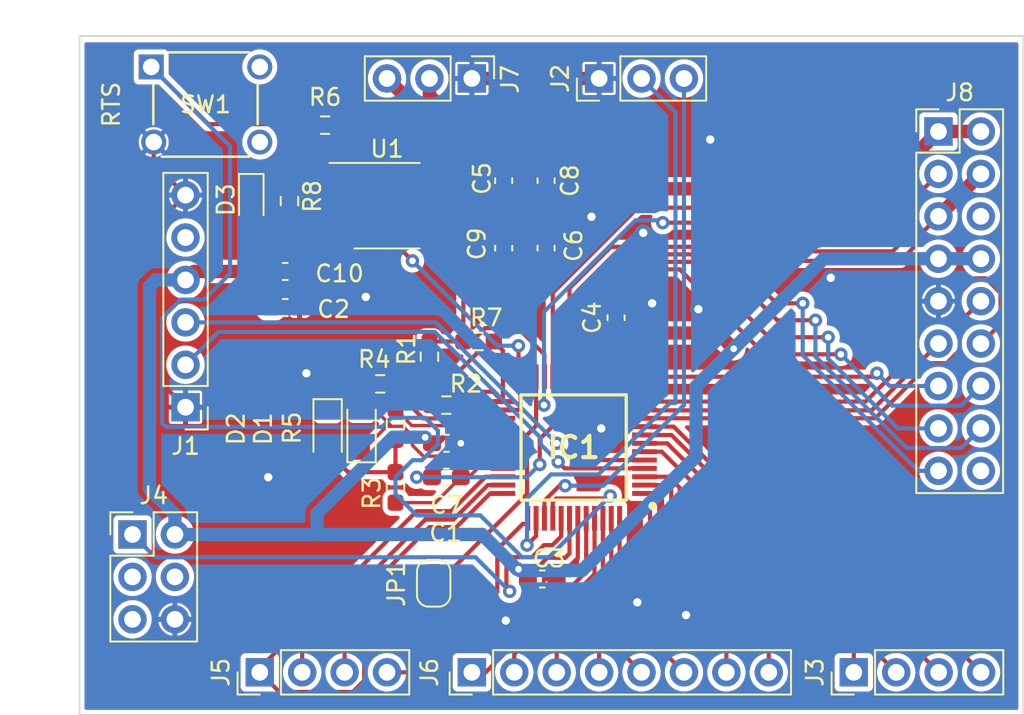
<source format=kicad_pcb>
(kicad_pcb (version 20211014) (generator pcbnew)
  (layers (0 "F.Cu" signal) (31 "B.Cu" signal) (34 "B.Paste" user) (35 "F.Paste" user) (36 "B.SilkS" user "B.Silkscreen") (37 "F.SilkS" user "F.Silkscreen") (38 "B.Mask" user) (39 "F.Mask" user) (44 "Edge.Cuts" user))
  (net 0 "")
  (net 1 "/OP2-")
  (net 2 "/OP2_OUT")
  (net 3 "VCC")
  (net 4 "GND")
  (net 5 "VSS")
  (net 6 "Net-(D3-Pad2)")
  (net 7 "/PA5")
  (net 8 "/PA6")
  (net 9 "Net-(IC1-Pad4)")
  (net 10 "Net-(IC1-Pad5)")
  (net 11 "/PA7")
  (net 12 "/PB2")
  (net 13 "/PB3")
  (net 14 "/PB4")
  (net 15 "/S0")
  (net 16 "/S1")
  (net 17 "/S2")
  (net 18 "/CS0")
  (net 19 "/PB5")
  (net 20 "/PF0")
  (net 21 "/CS1")
  (net 22 "/CS2")
  (net 23 "/CS3")
  (net 24 "/CS4")
  (net 25 "/ANALOG_B")
  (net 26 "/OP0_OUT")
  (net 27 "/ANALOG_A")
  (net 28 "/OP1+")
  (net 29 "/OP1_OUT")
  (net 30 "/DAC_OUT")
  (net 31 "/OP1-")
  (net 32 "/PF1")
  (net 33 "/PF2")
  (net 34 "/OP2+")
  (net 35 "/PF3")
  (net 36 "/RTS")
  (net 37 "/UPDI")
  (net 38 "/PA0")
  (net 39 "Net-(IC1-Pad38)")
  (net 40 "Net-(IC1-Pad39)")
  (net 41 "/PA1")
  (net 42 "/PA2")
  (net 43 "/PA3")
  (net 44 "/PA4")
  (net 51 "Net-(D2-Pad2)")
  (footprint "Capacitor_SMD:C_0603_1608Metric_Pad1.08x0.95mm_HandSolder" (layer "F.Cu") (at 116.205 64.5425 -90)
    (fp_text reference "C8")
    (fp_text value "10u")
  )
  (footprint "Resistor_SMD:R_0603_1608Metric_Pad0.98x0.95mm_HandSolder" (layer "F.Cu") (at 106.2755 76.708 180)
    (fp_text reference "R4")
    (fp_text value "1k2")
  )
  (footprint "Capacitor_SMD:C_0603_1608Metric_Pad1.08x0.95mm_HandSolder" (layer "F.Cu") (at 110.236 80.264)
    (fp_text reference "C7")
    (fp_text value "100n")
  )
  (footprint "Capacitor_SMD:C_0603_1608Metric_Pad1.08x0.95mm_HandSolder" (layer "F.Cu") (at 113.665 64.5425 -90)
    (fp_text reference "C5")
    (fp_text value "100n")
  )
  (footprint "Connector_PinHeader_2.54mm:PinHeader_1x04_P2.54mm_Vertical" (layer "F.Cu") (at 99.06 93.98 90)
    (fp_text reference "J5")
    (fp_text value "PORTF")
  )
  (footprint "Connector_PinHeader_2.54mm:PinHeader_1x03_P2.54mm_Vertical" (layer "F.Cu") (at 119.38 58.42 90)
    (fp_text reference "J2")
    (fp_text value "TP1")
  )
  (footprint "Resistor_SMD:R_0603_1608Metric_Pad0.98x0.95mm_HandSolder" (layer "F.Cu") (at 112.1645 74.168)
    (fp_text reference "R7")
    (fp_text value "10k")
  )
  (footprint "Connector_PinHeader_2.54mm:PinHeader_1x06_P2.54mm_Vertical" (layer "F.Cu") (at 94.615 78.105 180)
    (fp_text reference "J1")
    (fp_text value "UART")
  )
  (footprint "Capacitor_SMD:C_0603_1608Metric_Pad1.08x0.95mm_HandSolder" (layer "F.Cu") (at 100.584 69.977)
    (fp_text reference "C10")
    (fp_text value "10u")
  )
  (footprint "Capacitor_SMD:C_0603_1608Metric_Pad1.08x0.95mm_HandSolder" (layer "F.Cu") (at 100.584 72.136)
    (fp_text reference "C2")
    (fp_text value "100n")
  )
  (footprint "Diode_SMD:D_SOD-323_HandSoldering" (layer "F.Cu") (at 105.156 79.502 90)
    (fp_text reference "D1")
    (fp_text value "D")
  )
  (footprint "Capacitor_SMD:C_0603_1608Metric_Pad1.08x0.95mm_HandSolder" (layer "F.Cu") (at 120.396 72.7445 90)
    (fp_text reference "C4")
    (fp_text value "100n")
  )
  (footprint "Resistor_SMD:R_0603_1608Metric_Pad0.98x0.95mm_HandSolder" (layer "F.Cu") (at 110.236 77.978)
    (fp_text reference "R2")
    (fp_text value "150")
  )
  (footprint "Connector_PinHeader_2.54mm:PinHeader_1x03_P2.54mm_Vertical" (layer "F.Cu") (at 111.76 58.42 -90)
    (fp_text reference "J7")
    (fp_text value "POWER")
  )
  (footprint "Resistor_SMD:R_0603_1608Metric_Pad0.98x0.95mm_HandSolder" (layer "F.Cu") (at 102.9735 61.214 180)
    (fp_text reference "R6")
    (fp_text value "10k")
  )
  (footprint "Resistor_SMD:R_0603_1608Metric_Pad0.98x0.95mm_HandSolder" (layer "F.Cu") (at 107.188 82.9075 90)
    (fp_text reference "R3")
    (fp_text value "100")
  )
  (footprint "AVR128DB48-I_PT:QFP50P900X900X120-48N" (layer "F.Cu") (at 117.856 80.518 180)
    (fp_text reference "IC1")
    (fp_text value "AVR128DB48" hide)
  )
  (footprint "Connector_PinHeader_2.54mm:PinHeader_1x08_P2.54mm_Vertical" (layer "F.Cu") (at 111.76 93.98 90)
    (fp_text reference "J6")
    (fp_text value "PORTA")
  )
  (footprint "Package_SO:SOIC-8_3.9x4.9mm_P1.27mm" (layer "F.Cu") (at 106.68 66.04)
    (fp_text reference "U1")
    (fp_text value "POWER_GEN")
  )
  (footprint "Capacitor_SMD:C_0603_1608Metric_Pad1.08x0.95mm_HandSolder" (layer "F.Cu") (at 113.665 68.58 -90)
    (fp_text reference "C9")
    (fp_text value "100n")
  )
  (footprint "Connector_PinHeader_2.54mm:PinHeader_2x03_P2.54mm_Vertical" (layer "F.Cu") (at 91.44 85.725)
    (fp_text reference "J4")
    (fp_text value "UPDI")
  )
  (footprint "Capacitor_SMD:C_0603_1608Metric_Pad1.08x0.95mm_HandSolder" (layer "F.Cu") (at 116.205 68.58 -90)
    (fp_text reference "C6")
    (fp_text value "100n")
  )
  (footprint "Jumper:SolderJumper-2_P1.3mm_Open_RoundedPad1.0x1.5mm" (layer "F.Cu") (at 109.474 88.646 90)
    (fp_text reference "JP1")
    (fp_text value "PF0_ANA")
  )
  (footprint "button:button" (layer "F.Cu") (at 99.06 62.23)
    (fp_text reference "SW1")
    (fp_text value "RTS")
  )
  (footprint "Resistor_SMD:R_0603_1608Metric_Pad0.98x0.95mm_HandSolder" (layer "F.Cu") (at 100.838 65.7625 90)
    (fp_text reference "R8")
    (fp_text value "1k")
  )
  (footprint "LED_SMD:LED_0603_1608Metric_Pad1.05x0.95mm_HandSolder" (layer "F.Cu") (at 98.552 65.8 -90)
    (fp_text reference "D3")
    (fp_text value "LED")
  )
  (footprint "Connector_PinHeader_2.54mm:PinHeader_1x04_P2.54mm_Vertical" (layer "F.Cu") (at 134.63 93.98 90)
    (fp_text reference "J3")
    (fp_text value "PORTB")
  )
  (footprint "Resistor_SMD:R_0603_1608Metric_Pad0.98x0.95mm_HandSolder" (layer "F.Cu") (at 109.22 75.0805 -90)
    (fp_text reference "R1")
    (fp_text value "10k")
  )
  (footprint "Capacitor_SMD:C_0603_1608Metric_Pad1.08x0.95mm_HandSolder" (layer "F.Cu") (at 110.236 82.296 180)
    (fp_text reference "C1")
    (fp_text value "1u")
  )
  (footprint "Connector_PinHeader_2.54mm:PinHeader_2x09_P2.54mm_Vertical" (layer "F.Cu") (at 139.7 61.595)
    (fp_text reference "J8")
    (fp_text value "WAC")
  )
  (footprint "Resistor_SMD:R_0603_1608Metric_Pad0.98x0.95mm_HandSolder" (layer "F.Cu") (at 107.188 79.1445 -90)
    (fp_text reference "R5")
    (fp_text value "1k2")
  )
  (footprint "Capacitor_SMD:C_0603_1608Metric_Pad1.08x0.95mm_HandSolder" (layer "F.Cu") (at 115.9775 88.392)
    (fp_text reference "C3")
    (fp_text value "100n")
  )
  (footprint "Diode_SMD:D_SOD-323_HandSoldering" (layer "F.Cu") (at 103.124 79.522 -90)
    (fp_text reference "D2")
    (fp_text value "D")
  )
  (gr_line (start 89.535 55.88) (end 88.265 55.88) (layer "Edge.Cuts") (width 0.1))
  (gr_line (start 144.78 55.88) (end 89.535 55.88) (layer "Edge.Cuts") (width 0.1))
  (gr_line (start 88.265 55.88) (end 88.265 96.52) (layer "Edge.Cuts") (width 0.1))
  (gr_line (start 144.78 96.52) (end 144.78 95.885) (layer "Edge.Cuts") (width 0.1))
  (gr_line (start 144.78 95.885) (end 144.78 56.515) (layer "Edge.Cuts") (width 0.1))
  (gr_line (start 144.78 56.515) (end 144.78 55.88) (layer "Edge.Cuts") (width 0.1))
  (gr_line (start 88.265 96.52) (end 144.78 96.52) (layer "Edge.Cuts") (width 0.1))
  (segment (start 112.102362 81.768) (end 111.574362 82.296) (width 0.2) (layer "F.Cu") (net 1))
  (segment (start 113.618 81.768) (end 112.102362 81.768) (width 0.2) (layer "F.Cu") (net 1))
  (segment (start 107.188 83.82) (end 109.5745 83.82) (width 0.2) (layer "F.Cu") (net 1))
  (segment (start 109.5745 83.82) (end 111.0985 82.296) (width 0.2) (layer "F.Cu") (net 1))
  (segment (start 111.574362 82.296) (end 111.0985 82.296) (width 0.2) (layer "F.Cu") (net 1))
  (segment (start 112.002 81.268) (end 113.618 81.268) (width 0.25) (layer "F.Cu") (net 2))
  (segment (start 111.77352 81.49648) (end 112.002 81.268) (width 0.25) (layer "F.Cu") (net 2))
  (segment (start 109.3735 82.296) (end 108.458 82.296) (width 0.25) (layer "F.Cu") (net 2))
  (segment (start 117.106 76.28) (end 117.106 78.728) (width 0.25) (layer "F.Cu") (net 2))
  (segment (start 110.17302 81.49648) (end 111.77352 81.49648) (width 0.25) (layer "F.Cu") (net 2))
  (segment (start 117.106 78.728) (end 115.824 80.01) (width 0.25) (layer "F.Cu") (net 2))
  (segment (start 115.824 80.01) (end 115.824 81.534) (width 0.25) (layer "F.Cu") (net 2))
  (segment (start 109.3735 82.296) (end 110.17302 81.49648) (width 0.25) (layer "F.Cu") (net 2))
  (via (at 108.458 82.296) (size 0.8) (drill 0.4) (layers "F.Cu" "B.Cu") (net 2))
  (via (at 115.824 81.534) (size 0.8) (drill 0.4) (layers "F.Cu" "B.Cu") (net 2))
  (segment (start 115.062 82.296) (end 115.824 81.534) (width 0.25) (layer "B.Cu") (net 2))
  (segment (start 108.458 82.296) (end 115.062 82.296) (width 0.25) (layer "B.Cu") (net 2))
  (segment (start 109.155 64.135) (end 107.758 62.738) (width 0.8) (layer "F.Cu") (net 3))
  (segment (start 127.436238 74.604238) (end 126.492 73.66) (width 0.8) (layer "F.Cu") (net 3))
  (segment (start 107.758 62.738) (end 104.394 62.738) (width 0.8) (layer "F.Cu") (net 3))
  (segment (start 120.106 76.28) (end 120.106 73.897) (width 0.25) (layer "F.Cu") (net 3))
  (segment (start 120.106 73.897) (end 120.396 73.607) (width 0.25) (layer "F.Cu") (net 3))
  (segment (start 103.886 61.214) (end 104.394 61.722) (width 0.25) (layer "F.Cu") (net 3))
  (segment (start 115.115 88.370011) (end 114.554 87.809011) (width 0.25) (layer "F.Cu") (net 3))
  (segment (start 104.394 62.738) (end 103.567019 62.738) (width 0.8) (layer "F.Cu") (net 3))
  (segment (start 110.128645 79.901539) (end 109.97088 79.901539) (width 0.25) (layer "F.Cu") (net 3))
  (segment (start 117.348 87.122) (end 117.606 86.864) (width 0.25) (layer "F.Cu") (net 3))
  (segment (start 104.394 61.722) (end 104.394 62.738) (width 0.25) (layer "F.Cu") (net 3))
  (segment (start 109.61 63.68) (end 109.155 64.135) (width 0.8) (layer "F.Cu") (net 3))
  (segment (start 109.155 64.135) (end 109.155 60.895) (width 0.8) (layer "F.Cu") (net 3))
  (segment (start 100.838 66.675) (end 100.838 68.8605) (width 0.8) (layer "F.Cu") (net 3))
  (segment (start 102.108 64.197019) (end 102.108 66.294) (width 0.8) (layer "F.Cu") (net 3))
  (segment (start 120.449 73.66) (end 120.396 73.607) (width 0.8) (layer "F.Cu") (net 3))
  (segment (start 126.492 73.66) (end 120.449 73.66) (width 0.8) (layer "F.Cu") (net 3))
  (segment (start 113.665 63.68) (end 109.61 63.68) (width 0.8) (layer "F.Cu") (net 3))
  (segment (start 99.7215 69.977) (end 95.123 69.977) (width 0.8) (layer "F.Cu") (net 3))
  (segment (start 110.978 79.268) (end 113.618 79.268) (width 0.25) (layer "F.Cu") (net 3))
  (segment (start 95.123 69.977) (end 94.615 70.485) (width 0.8) (layer "F.Cu") (net 3))
  (segment (start 116.205 63.68) (end 113.665 63.68) (width 0.8) (layer "F.Cu") (net 3))
  (segment (start 110.762184 79.268) (end 110.978 79.268) (width 0.25) (layer "F.Cu") (net 3))
  (segment (start 116.276522 87.122) (end 117.348 87.122) (width 0.25) (layer "F.Cu") (net 3))
  (segment (start 101.727 66.675) (end 100.838 66.675) (width 0.8) (layer "F.Cu") (net 3))
  (segment (start 115.115 88.392) (end 115.115 88.370011) (width 0.25) (layer "F.Cu") (net 3))
  (segment (start 109.3735 80.264) (end 109.766184 80.264) (width 0.25) (layer "F.Cu") (net 3))
  (segment (start 109.766184 80.264) (end 110.762184 79.268) (width 0.25) (layer "F.Cu") (net 3))
  (segment (start 117.606 86.864) (end 117.606 84.756) (width 0.25) (layer "F.Cu") (net 3))
  (segment (start 103.567019 62.738) (end 102.108 64.197019) (width 0.8) (layer "F.Cu") (net 3))
  (segment (start 110.762184 79.268) (end 110.128645 79.901539) (width 0.25) (layer "F.Cu") (net 3))
  (segment (start 102.108 66.294) (end 101.727 66.675) (width 0.8) (layer "F.Cu") (net 3))
  (segment (start 109.155 60.895) (end 106.68 58.42) (width 0.8) (layer "F.Cu") (net 3))
  (segment (start 100.838 68.8605) (end 99.7215 69.977) (width 0.8) (layer "F.Cu") (net 3))
  (segment (start 115.115 88.283522) (end 116.276522 87.122) (width 0.25) (layer "F.Cu") (net 3))
  (segment (start 115.115 88.392) (end 115.115 88.283522) (width 0.25) (layer "F.Cu") (net 3))
  (segment (start 99.7215 72.136) (end 99.7215 69.977) (width 0.8) (layer "F.Cu") (net 3))
  (via (at 108.966 79.9084) (size 0.8) (drill 0.4) (layers "F.Cu" "B.Cu") (net 3))
  (via (at 127.436238 74.604238) (size 0.8) (drill 0.4) (layers "F.Cu" "B.Cu") (net 3))
  (via (at 114.554 87.809011) (size 0.8) (drill 0.4) (layers "F.Cu" "B.Cu") (net 3))
  (segment (start 102.489 84.455) (end 102.489 85.725) (width 0.8) (layer "B.Cu") (net 3))
  (segment (start 108.959139 79.901539) (end 108.966 79.9084) (width 0.8) (layer "B.Cu") (net 3))
  (segment (start 118.364 87.884) (end 114.628989 87.884) (width 0.8) (layer "B.Cu") (net 3))
  (segment (start 93.98 85.725) (end 102.489 85.725) (width 0.8) (layer "B.Cu") (net 3))
  (segment (start 93.98 84.522919) (end 93.98 85.725) (width 0.8) (layer "B.Cu") (net 3))
  (segment (start 92.456 70.866) (end 92.456 82.998919) (width 0.8) (layer "B.Cu") (net 3))
  (segment (start 92.456 82.998919) (end 93.98 84.522919) (width 0.8) (layer "B.Cu") (net 3))
  (segment (start 125.18452 81.06348) (end 118.364 87.884) (width 0.8) (layer "B.Cu") (net 3))
  (segment (start 112.37776 85.725) (end 114.461791 87.809031) (width 0.8) (layer "B.Cu") (net 3))
  (segment (start 132.825477 69.215) (end 125.18452 76.855957) (width 0.8) (layer "B.Cu") (net 3))
  (segment (start 107.042461 79.901539) (end 102.489 84.455) (width 0.8) (layer "B.Cu") (net 3))
  (segment (start 107.042461 79.901539) (end 108.959139 79.901539) (width 0.8) (layer "B.Cu") (net 3))
  (segment (start 125.18452 76.855957) (end 125.18452 81.06348) (width 0.8) (layer "B.Cu") (net 3))
  (segment (start 139.7 69.215) (end 132.825477 69.215) (width 0.8) (layer "B.Cu") (net 3))
  (segment (start 102.489 85.725) (end 112.37776 85.725) (width 0.8) (layer "B.Cu") (net 3))
  (segment (start 92.837 70.485) (end 92.456 70.866) (width 0.8) (layer "B.Cu") (net 3))
  (segment (start 114.628989 87.884) (end 114.554 87.809011) (width 0.8) (layer "B.Cu") (net 3))
  (segment (start 142.24 69.215) (end 139.7 69.215) (width 0.8) (layer "B.Cu") (net 3))
  (segment (start 94.615 70.485) (end 92.837 70.485) (width 0.8) (layer "B.Cu") (net 3))
  (segment (start 137.4648 66.4972) (end 135.89 68.072) (width 0.8) (layer "F.Cu") (net 4))
  (segment (start 109.155 66.675) (end 113.157 66.675) (width 0.8) (layer "F.Cu") (net 4))
  (segment (start 142.24 61.595) (end 139.7 61.595) (width 0.8) (layer "F.Cu") (net 4))
  (segment (start 126.8476 65.024) (end 122.5296 65.024) (width 0.8) (layer "F.Cu") (net 4))
  (segment (start 111.252 70.1305) (end 113.665 67.7175) (width 0.25) (layer "F.Cu") (net 4))
  (segment (start 135.89 68.072) (end 129.8956 68.072) (width 0.8) (layer "F.Cu") (net 4))
  (segment (start 111.252 74.168) (end 109.22 74.168) (width 0.25) (layer "F.Cu") (net 4))
  (segment (start 109.22 59.436) (end 109.22 58.42) (width 0.8) (layer "F.Cu") (net 4))
  (segment (start 129.8956 68.072) (end 126.8476 65.024) (width 0.8) (layer "F.Cu") (net 4))
  (segment (start 110.49 60.706) (end 109.22 59.436) (width 0.8) (layer "F.Cu") (net 4))
  (segment (start 104.205 65.405) (end 104.205 64.135) (width 0.8) (layer "F.Cu") (net 4))
  (segment (start 111.252 74.168) (end 111.252 70.1305) (width 0.25) (layer "F.Cu") (net 4))
  (segment (start 113.665 67.183) (end 113.665 67.7175) (width 0.8) (layer "F.Cu") (net 4))
  (segment (start 139.7 61.595) (end 137.4648 63.8302) (width 0.8) (layer "F.Cu") (net 4))
  (segment (start 113.157 66.675) (end 113.665 67.183) (width 0.8) (layer "F.Cu") (net 4))
  (segment (start 116.205 65.405) (end 113.665 65.405) (width 0.8) (layer "F.Cu") (net 4))
  (segment (start 137.4648 63.8302) (end 137.4648 66.4972) (width 0.8) (layer "F.Cu") (net 4))
  (segment (start 113.665 67.7175) (end 116.205 67.7175) (width 0.8) (layer "F.Cu") (net 4))
  (segment (start 122.5296 65.024) (end 122.399089 65.154511) (width 0.8) (layer "F.Cu") (net 4))
  (segment (start 115.57 60.706) (end 110.49 60.706) (width 0.8) (layer "F.Cu") (net 4))
  (segment (start 122.399089 65.154511) (end 118.103551 65.154511) (width 0.8) (layer "F.Cu") (net 4))
  (segment (start 117.27952 64.33048) (end 117.27952 62.41552) (width 0.8) (layer "F.Cu") (net 4))
  (segment (start 118.103551 65.154511) (end 117.27952 64.33048) (width 0.8) (layer "F.Cu") (net 4))
  (segment (start 117.27952 62.41552) (end 115.57 60.706) (width 0.8) (layer "F.Cu") (net 4))
  (segment (start 113.665 65.405) (end 113.665 67.183) (width 0.8) (layer "F.Cu") (net 4))
  (segment (start 109.155 65.405) (end 113.665 65.405) (width 0.8) (layer "F.Cu") (net 4))
  (segment (start 116.205 65.405) (end 117.27952 64.33048) (width 0.8) (layer "F.Cu") (net 4))
  (segment (start 116.205 67.7175) (end 116.205 65.405) (width 0.8) (layer "F.Cu") (net 4))
  (segment (start 104.205 65.405) (end 109.155 65.405) (width 0.8) (layer "F.Cu") (net 4))
  (segment (start 109.155 65.405) (end 109.155 66.675) (width 0.8) (layer "F.Cu") (net 4))
  (segment (start 116.84 88.392) (end 118.106 87.126) (width 0.25) (layer "F.Cu") (net 5))
  (segment (start 101.4465 72.136) (end 101.4465 73.3055) (width 0.25) (layer "F.Cu") (net 5))
  (segment (start 92.709999 63.499999) (end 94.615 65.405) (width 0.25) (layer "F.Cu") (net 5))
  (segment (start 92.964 67.056) (end 94.615 65.405) (width 0.25) (layer "F.Cu") (net 5))
  (segment (start 116.205 69.4425) (end 113.665 69.4425) (width 0.8) (layer "F.Cu") (net 5))
  (segment (start 119.59648 72.68152) (end 120.396 71.882) (width 0.25) (layer "F.Cu") (net 5))
  (segment (start 101.4465 69.977) (end 102.173 69.977) (width 0.25) (layer "F.Cu") (net 5))
  (segment (start 92.709999 62.23) (end 92.709999 63.499999) (width 0.25) (layer "F.Cu") (net 5))
  (segment (start 116.84 88.392) (end 115.824 89.408) (width 0.25) (layer "F.Cu") (net 5))
  (segment (start 102.173 69.977) (end 104.205 67.945) (width 0.25) (layer "F.Cu") (net 5))
  (segment (start 119.59648 76.27048) (end 119.59648 72.68152) (width 0.25) (layer "F.Cu") (net 5))
  (segment (start 101.4465 73.3055) (end 96.647 78.105) (width 0.25) (layer "F.Cu") (net 5))
  (segment (start 111.0985 80.264) (end 111.5945 79.768) (width 0.25) (layer "F.Cu") (net 5))
  (segment (start 94.615 65.405) (end 98.072 65.405) (width 0.25) (layer "F.Cu") (net 5))
  (segment (start 118.106 87.126) (end 118.106 84.756) (width 0.25) (layer "F.Cu") (net 5))
  (segment (start 94.615 78.105) (end 92.964 76.454) (width 0.25) (layer "F.Cu") (net 5))
  (segment (start 92.964 76.454) (end 92.964 67.056) (width 0.25) (layer "F.Cu") (net 5))
  (segment (start 98.072 65.405) (end 98.552 64.925) (width 0.25) (layer "F.Cu") (net 5))
  (segment (start 101.4465 72.136) (end 101.4465 69.977) (width 0.25) (layer "F.Cu") (net 5))
  (segment (start 111.5945 79.768) (end 113.618 79.768) (width 0.25) (layer "F.Cu") (net 5))
  (segment (start 119.606 76.28) (end 119.59648 76.27048) (width 0.25) (layer "F.Cu") (net 5))
  (segment (start 119.38 58.42) (end 111.76 58.42) (width 0.8) (layer "F.Cu") (net 5))
  (segment (start 96.647 78.105) (end 94.615 78.105) (width 0.25) (layer "F.Cu") (net 5))
  (via (at 121.666 89.789) (size 1) (drill 0.5) (layers "F.Cu" "B.Cu") (net 5))
  (via (at 118.9228 66.7004) (size 1) (drill 0.5) (layers "F.Cu" "B.Cu") (net 5))
  (via (at 119.507 79.375) (size 1) (drill 0.5) (layers "F.Cu" "B.Cu") (net 5))
  (via (at 122.0216 67.6656) (size 1) (drill 0.5) (layers "F.Cu" "B.Cu") (net 5))
  (via (at 99.568 82.296) (size 1) (drill 0.5) (layers "F.Cu" "B.Cu") (net 5))
  (via (at 133.2484 70.358) (size 1) (drill 0.5) (layers "F.Cu" "B.Cu") (net 5))
  (via (at 101.854 76.073) (size 1) (drill 0.5) (layers "F.Cu" "B.Cu") (net 5))
  (via (at 111.0985 80.264) (size 0.8) (drill 0.4) (layers "F.Cu" "B.Cu") (net 5))
  (via (at 105.41 71.501) (size 1) (drill 0.5) (layers "F.Cu" "B.Cu") (net 5))
  (via (at 113.792 90.8812) (size 1) (drill 0.5) (layers "F.Cu" "B.Cu") (net 5))
  (via (at 125.3236 72.2376) (size 1) (drill 0.5) (layers "F.Cu" "B.Cu") (net 5))
  (via (at 126.0348 62.0776) (size 1) (drill 0.5) (layers "F.Cu" "B.Cu") (net 5))
  (via (at 122.555 71.882) (size 1) (drill 0.5) (layers "F.Cu" "B.Cu") (net 5))
  (via (at 124.587 90.551) (size 1) (drill 0.5) (layers "F.Cu" "B.Cu") (net 5))
  (segment (start 100.838 64.85) (end 100.377 64.85) (width 0.25) (layer "F.Cu") (net 6))
  (segment (start 100.377 64.85) (end 98.552 66.675) (width 0.25) (layer "F.Cu") (net 6))
  (segment (start 122.384 83.268) (end 122.094 83.268) (width 0.25) (layer "F.Cu") (net 7))
  (segment (start 122.428 91.948) (end 122.428 83.312) (width 0.25) (layer "F.Cu") (net 7))
  (segment (start 122.428 83.312) (end 122.384 83.268) (width 0.25) (layer "F.Cu") (net 7))
  (segment (start 124.46 93.98) (end 122.428 91.948) (width 0.25) (layer "F.Cu") (net 7))
  (segment (start 127 90.678) (end 123.698 87.376) (width 0.25) (layer "F.Cu") (net 8))
  (segment (start 123.408 82.768) (end 122.094 82.768) (width 0.25) (layer "F.Cu") (net 8))
  (segment (start 123.698 83.058) (end 123.408 82.768) (width 0.25) (layer "F.Cu") (net 8))
  (segment (start 127 93.98) (end 127 90.678) (width 0.25) (layer "F.Cu") (net 8))
  (segment (start 123.698 87.376) (end 123.698 83.058) (width 0.25) (layer "F.Cu") (net 8))
  (segment (start 122.094 81.768) (end 117.319402 81.768) (width 0.25) (layer "F.Cu") (net 9))
  (segment (start 117.319402 81.768) (end 116.926838 81.375436) (width 0.25) (layer "F.Cu") (net 9))
  (via (at 116.926838 81.375436) (size 0.8) (drill 0.4) (layers "F.Cu" "B.Cu") (net 9))
  (segment (start 115.887141 80.335739) (end 115.887141 79.946859) (width 0.25) (layer "B.Cu") (net 9))
  (segment (start 96.583141 73.596859) (end 94.615 75.565) (width 0.25) (layer "B.Cu") (net 9))
  (segment (start 115.887141 79.946859) (end 109.537141 73.596859) (width 0.25) (layer "B.Cu") (net 9))
  (segment (start 116.926838 81.375436) (end 115.887141 80.335739) (width 0.25) (layer "B.Cu") (net 9))
  (segment (start 109.537141 73.596859) (end 96.583141 73.596859) (width 0.25) (layer "B.Cu") (net 9))
  (segment (start 122.094 81.268) (end 117.844 81.268) (width 0.25) (layer "F.Cu") (net 10))
  (segment (start 117.844 81.268) (end 116.84 80.264) (width 0.25) (layer "F.Cu") (net 10))
  (via (at 116.84 80.264) (size 0.8) (drill 0.4) (layers "F.Cu" "B.Cu") (net 10))
  (segment (start 116.84 80.264) (end 109.601 73.025) (width 0.25) (layer "B.Cu") (net 10))
  (segment (start 109.601 73.025) (end 94.615 73.025) (width 0.25) (layer "B.Cu") (net 10))
  (segment (start 129.54 93.98) (end 129.54 92.456) (width 0.25) (layer "F.Cu") (net 11))
  (segment (start 124.206 82.930282) (end 123.543718 82.268) (width 0.25) (layer "F.Cu") (net 11))
  (segment (start 123.543718 82.268) (end 122.094 82.268) (width 0.25) (layer "F.Cu") (net 11))
  (segment (start 129.54 92.456) (end 124.206 87.122) (width 0.25) (layer "F.Cu") (net 11))
  (segment (start 124.206 87.122) (end 124.206 82.930282) (width 0.25) (layer "F.Cu") (net 11))
  (segment (start 123.130522 80.768) (end 122.094 80.768) (width 0.25) (layer "F.Cu") (net 12))
  (segment (start 134.63 93.98) (end 134.63 92.267478) (width 0.25) (layer "F.Cu") (net 12))
  (segment (start 134.63 92.267478) (end 123.130522 80.768) (width 0.25) (layer "F.Cu") (net 12))
  (segment (start 122.094 80.268) (end 123.458 80.268) (width 0.25) (layer "F.Cu") (net 13))
  (segment (start 123.458 80.268) (end 137.17 93.98) (width 0.25) (layer "F.Cu") (net 13))
  (segment (start 138.186 92.456) (end 136.398 92.456) (width 0.25) (layer "F.Cu") (net 14))
  (segment (start 139.71 93.98) (end 138.186 92.456) (width 0.25) (layer "F.Cu") (net 14))
  (segment (start 136.398 92.456) (end 123.71 79.768) (width 0.25) (layer "F.Cu") (net 14))
  (segment (start 123.71 79.768) (end 122.094 79.768) (width 0.25) (layer "F.Cu") (net 14))
  (segment (start 139.213501 75.469511) (end 140.186499 75.469511) (width 0.25) (layer "F.Cu") (net 15))
  (segment (start 140.186499 75.469511) (end 140.97 74.68601) (width 0.25) (layer "F.Cu") (net 15))
  (segment (start 122.094 78.768) (end 135.915012 78.768) (width 0.25) (layer "F.Cu") (net 15))
  (segment (start 135.915012 78.768) (end 139.213501 75.469511) (width 0.25) (layer "F.Cu") (net 15))
  (segment (start 140.97 74.68601) (end 140.97 73.025) (width 0.25) (layer "F.Cu") (net 15))
  (segment (start 140.97 73.025) (end 142.24 71.755) (width 0.25) (layer "F.Cu") (net 15))
  (segment (start 122.119489 78.293489) (end 122.094 78.268) (width 0.25) (layer "F.Cu") (net 16))
  (segment (start 139.7 74.295) (end 135.701511 78.293489) (width 0.25) (layer "F.Cu") (net 16))
  (segment (start 135.701511 78.293489) (end 122.119489 78.293489) (width 0.25) (layer "F.Cu") (net 16))
  (segment (start 142.535521 70.389511) (end 141.859 70.389511) (width 0.25) (layer "F.Cu") (net 17))
  (segment (start 143.414511 71.268501) (end 142.535521 70.389511) (width 0.25) (layer "F.Cu") (net 17))
  (segment (start 140.229501 72.929511) (end 139.160489 72.929511) (width 0.25) (layer "F.Cu") (net 17))
  (segment (start 141.859 70.389511) (end 140.874511 71.374) (width 0.25) (layer "F.Cu") (net 17))
  (segment (start 140.874511 72.284501) (end 140.229501 72.929511) (width 0.25) (layer "F.Cu") (net 17))
  (segment (start 142.24 74.295) (end 143.414511 73.120489) (width 0.25) (layer "F.Cu") (net 17))
  (segment (start 143.414511 73.120489) (end 143.414511 71.268501) (width 0.25) (layer "F.Cu") (net 17))
  (segment (start 138.176 74.93) (end 135.338 77.768) (width 0.25) (layer "F.Cu") (net 17))
  (segment (start 140.874511 71.374) (end 140.874511 72.284501) (width 0.25) (layer "F.Cu") (net 17))
  (segment (start 139.160489 72.929511) (end 138.176 73.914) (width 0.25) (layer "F.Cu") (net 17))
  (segment (start 135.338 77.768) (end 122.094 77.768) (width 0.25) (layer "F.Cu") (net 17))
  (segment (start 138.176 73.914) (end 138.176 74.93) (width 0.25) (layer "F.Cu") (net 17))
  (segment (start 135.801402 76.28) (end 120.606 76.28) (width 0.25) (layer "F.Cu") (net 18))
  (segment (start 136.012701 76.068701) (end 135.801402 76.28) (width 0.25) (layer "F.Cu") (net 18))
  (via (at 136.012701 76.068701) (size 0.8) (drill 0.4) (layers "F.Cu" "B.Cu") (net 18))
  (segment (start 136.779 76.835) (end 136.012701 76.068701) (width 0.25) (layer "B.Cu") (net 18))
  (segment (start 139.7 76.835) (end 136.779 76.835) (width 0.25) (layer "B.Cu") (net 18))
  (segment (start 140.218 91.948) (end 142.25 93.98) (width 0.25) (layer "F.Cu") (net 19))
  (segment (start 124.15952 79.581803) (end 136.525717 91.948) (width 0.25) (layer "F.Cu") (net 19))
  (segment (start 122.094 79.268) (end 123.845718 79.268) (width 0.25) (layer "F.Cu") (net 19))
  (segment (start 136.525717 91.948) (end 140.218 91.948) (width 0.25) (layer "F.Cu") (net 19))
  (segment (start 123.845718 79.268) (end 124.15952 79.581803) (width 0.25) (layer "F.Cu") (net 19))
  (segment (start 109.474 89.296) (end 105.314511 93.455489) (width 0.25) (layer "F.Cu") (net 20))
  (segment (start 112.581478 82.268) (end 110.521478 84.328) (width 0.25) (layer "F.Cu") (net 20))
  (segment (start 110.521478 84.328) (end 108.458 84.328) (width 0.25) (layer "F.Cu") (net 20))
  (segment (start 113.618 82.268) (end 112.581478 82.268) (width 0.25) (layer "F.Cu") (net 20))
  (segment (start 105.314511 93.455489) (end 105.314511 94.466499) (width 0.25) (layer "F.Cu") (net 20))
  (segment (start 99.06 93.726) (end 99.06 93.98) (width 0.25) (layer "F.Cu") (net 20))
  (segment (start 100.234511 95.154511) (end 99.06 93.98) (width 0.25) (layer "F.Cu") (net 20))
  (segment (start 105.314511 94.466499) (end 104.626499 95.154511) (width 0.25) (layer "F.Cu") (net 20))
  (segment (start 108.458 84.328) (end 99.06 93.726) (width 0.25) (layer "F.Cu") (net 20))
  (segment (start 104.626499 95.154511) (end 100.234511 95.154511) (width 0.25) (layer "F.Cu") (net 20))
  (segment (start 124.206 69.85) (end 129.294614 74.938614) (width 0.25) (layer "F.Cu") (net 21))
  (segment (start 129.294614 74.938614) (end 133.858 74.938614) (width 0.25) (layer "F.Cu") (net 21))
  (segment (start 120.65 69.85) (end 124.206 69.85) (width 0.25) (layer "F.Cu") (net 21))
  (segment (start 119.106 76.28) (end 119.106 71.394) (width 0.25) (layer "F.Cu") (net 21))
  (segment (start 119.106 71.394) (end 120.65 69.85) (width 0.25) (layer "F.Cu") (net 21))
  (via (at 133.858 74.938614) (size 0.8) (drill 0.4) (layers "F.Cu" "B.Cu") (net 21))
  (segment (start 133.858 74.938614) (end 133.858 74.93) (width 0.25) (layer "B.Cu") (net 21))
  (segment (start 141.065489 78.009511) (end 142.24 76.835) (width 0.25) (layer "B.Cu") (net 21))
  (segment (start 136.928897 78.009511) (end 141.065489 78.009511) (width 0.25) (layer "B.Cu") (net 21))
  (segment (start 133.858 74.938614) (end 136.928897 78.009511) (width 0.25) (layer "B.Cu") (net 21))
  (segment (start 120.463803 69.40048) (end 118.606 71.258283) (width 0.25) (layer "F.Cu") (net 22))
  (segment (start 118.606 71.258283) (end 118.606 76.28) (width 0.25) (layer "F.Cu") (net 22))
  (segment (start 125.02648 69.40048) (end 120.463803 69.40048) (width 0.25) (layer "F.Cu") (net 22))
  (segment (start 129.54 73.914) (end 125.02648 69.40048) (width 0.25) (layer "F.Cu") (net 22))
  (segment (start 133.096 73.914) (end 129.54 73.914) (width 0.25) (layer "F.Cu") (net 22))
  (via (at 133.096 73.914) (size 0.8) (drill 0.4) (layers "F.Cu" "B.Cu") (net 22))
  (segment (start 137.269772 79.375) (end 133.096 75.201228) (width 0.25) (layer "B.Cu") (net 22))
  (segment (start 139.7 79.375) (end 137.269772 79.375) (width 0.25) (layer "B.Cu") (net 22))
  (segment (start 133.096 75.201228) (end 133.096 73.914) (width 0.25) (layer "B.Cu") (net 22))
  (segment (start 118.106 71.122566) (end 118.106 76.28) (width 0.25) (layer "F.Cu") (net 23))
  (segment (start 132.334 72.898) (end 130.048 72.898) (width 0.25) (layer "F.Cu") (net 23))
  (segment (start 126.10096 68.95096) (end 120.277606 68.95096) (width 0.25) (layer "F.Cu") (net 23))
  (segment (start 130.048 72.898) (end 126.10096 68.95096) (width 0.25) (layer "F.Cu") (net 23))
  (segment (start 120.277606 68.95096) (end 118.106 71.122566) (width 0.25) (layer "F.Cu") (net 23))
  (via (at 132.334 72.898) (size 0.8) (drill 0.4) (layers "F.Cu" "B.Cu") (net 23))
  (segment (start 142.24 79.375) (end 141.065489 80.549511) (width 0.25) (layer "B.Cu") (net 23))
  (segment (start 137.808566 80.549511) (end 132.334 75.074945) (width 0.25) (layer "B.Cu") (net 23))
  (segment (start 132.334 75.074945) (end 132.334 72.898) (width 0.25) (layer "B.Cu") (net 23))
  (segment (start 141.065489 80.549511) (end 137.808566 80.549511) (width 0.25) (layer "B.Cu") (net 23))
  (segment (start 131.572 71.882) (end 129.9972 71.882) (width 0.25) (layer "F.Cu") (net 24))
  (segment (start 129.9972 71.882) (end 126.61664 68.50144) (width 0.25) (layer "F.Cu") (net 24))
  (segment (start 117.606 70.986849) (end 117.606 76.28) (width 0.25) (layer "F.Cu") (net 24))
  (segment (start 126.61664 68.50144) (end 120.091409 68.50144) (width 0.25) (layer "F.Cu") (net 24))
  (segment (start 120.091409 68.50144) (end 117.606 70.986849) (width 0.25) (layer "F.Cu") (net 24))
  (via (at 131.572 71.882) (size 0.8) (drill 0.4) (layers "F.Cu" "B.Cu") (net 24))
  (segment (start 131.572 74.989081) (end 131.572 71.882) (width 0.25) (layer "B.Cu") (net 24))
  (segment (start 138.497919 81.915) (end 131.572 74.989081) (width 0.25) (layer "B.Cu") (net 24))
  (segment (start 139.7 81.915) (end 138.497919 81.915) (width 0.25) (layer "B.Cu") (net 24))
  (segment (start 121.700911 66.157489) (end 126.711089 66.157489) (width 0.25) (layer "F.Cu") (net 25))
  (segment (start 116.606 76.28) (end 116.606 71.2524) (width 0.25) (layer "F.Cu") (net 25))
  (segment (start 136.9568 68.76928) (end 138.43 67.29608) (width 0.25) (layer "F.Cu") (net 25))
  (segment (start 126.711089 66.157489) (end 129.32288 68.76928) (width 0.25) (layer "F.Cu") (net 25))
  (segment (start 138.43 67.29608) (end 138.43 65.405) (width 0.25) (layer "F.Cu") (net 25))
  (segment (start 116.606 71.2524) (end 121.700911 66.157489) (width 0.25) (layer "F.Cu") (net 25))
  (segment (start 138.43 65.405) (end 139.7 64.135) (width 0.25) (layer "F.Cu") (net 25))
  (segment (start 129.32288 68.76928) (end 136.9568 68.76928) (width 0.25) (layer "F.Cu") (net 25))
  (segment (start 116.106 76.28) (end 116.106 74.949386) (width 0.25) (layer "F.Cu") (net 26))
  (segment (start 116.106 74.949386) (end 114.525094 73.36848) (width 0.25) (layer "F.Cu") (net 26))
  (segment (start 114.525094 73.36848) (end 112.55952 73.36848) (width 0.25) (layer "F.Cu") (net 26))
  (segment (start 112.06402 74.87998) (end 110.951 75.993) (width 0.25) (layer "F.Cu") (net 26))
  (segment (start 112.06402 73.86398) (end 112.06402 74.87998) (width 0.25) (layer "F.Cu") (net 26))
  (segment (start 112.55952 73.36848) (end 112.06402 73.86398) (width 0.25) (layer "F.Cu") (net 26))
  (segment (start 109.3235 76.0965) (end 109.22 75.993) (width 0.25) (layer "F.Cu") (net 26))
  (segment (start 110.951 75.993) (end 109.22 75.993) (width 0.25) (layer "F.Cu") (net 26))
  (segment (start 109.3235 77.978) (end 109.3235 76.0965) (width 0.25) (layer "F.Cu") (net 26))
  (segment (start 128.778 69.342) (end 137.414 69.342) (width 0.25) (layer "F.Cu") (net 27))
  (segment (start 113.618 80.268) (end 114.558 80.268) (width 0.25) (layer "F.Cu") (net 27))
  (segment (start 126.492 67.056) (end 128.778 69.342) (width 0.25) (layer "F.Cu") (net 27))
  (segment (start 115.824 77.978) (end 116.078 77.978) (width 0.25) (layer "F.Cu") (net 27))
  (segment (start 123.19 67.056) (end 126.492 67.056) (width 0.25) (layer "F.Cu") (net 27))
  (segment (start 109.474 87.996) (end 110.378 87.996) (width 0.25) (layer "F.Cu") (net 27))
  (segment (start 115.062 80.772) (end 115.062 83.312) (width 0.25) (layer "F.Cu") (net 27))
  (segment (start 138.43 67.945) (end 139.7 66.675) (width 0.25) (layer "F.Cu") (net 27))
  (segment (start 114.558 80.268) (end 115.062 80.772) (width 0.25) (layer "F.Cu") (net 27))
  (segment (start 110.378 87.996) (end 115.062 83.312) (width 0.25) (layer "F.Cu") (net 27))
  (segment (start 142.24 64.135) (end 139.7 66.675) (width 0.8) (layer "F.Cu") (net 27))
  (segment (start 138.43 68.326) (end 138.43 67.945) (width 0.25) (layer "F.Cu") (net 27))
  (segment (start 115.606 79.22) (end 115.606 78.196) (width 0.25) (layer "F.Cu") (net 27))
  (segment (start 115.606 78.196) (end 115.606 76.28) (width 0.25) (layer "F.Cu") (net 27))
  (segment (start 137.414 69.342) (end 138.43 68.326) (width 0.25) (layer "F.Cu") (net 27))
  (segment (start 115.606 78.196) (end 115.824 77.978) (width 0.25) (layer "F.Cu") (net 27))
  (segment (start 114.558 80.268) (end 115.606 79.22) (width 0.25) (layer "F.Cu") (net 27))
  (via (at 116.078 77.978) (size 0.8) (drill 0.4) (layers "F.Cu" "B.Cu") (net 27))
  (via (at 123.19 67.056) (size 0.8) (drill 0.4) (layers "F.Cu" "B.Cu") (net 27))
  (segment (start 116.078 72.39) (end 121.553911 66.914089) (width 0.25) (layer "B.Cu") (net 27))
  (segment (start 116.078 77.978) (end 116.078 72.39) (width 0.25) (layer "B.Cu") (net 27))
  (segment (start 123.048089 66.914089) (end 123.19 67.056) (width 0.25) (layer "B.Cu") (net 27))
  (segment (start 121.553911 66.914089) (end 123.048089 66.914089) (width 0.25) (layer "B.Cu") (net 27))
  (segment (start 113.618 77.768) (end 113.02848 77.17848) (width 0.25) (layer "F.Cu") (net 29))
  (segment (start 108.840704 78.77752) (end 108.204 78.140816) (width 0.25) (layer "F.Cu") (net 29))
  (segment (start 113.02848 77.17848) (end 110.665704 77.17848) (width 0.25) (layer "F.Cu") (net 29))
  (segment (start 113.618 74.709) (end 113.618 77.768) (width 0.25) (layer "F.Cu") (net 29))
  (segment (start 110.13552 77.708664) (end 110.13552 78.58648) (width 0.25) (layer "F.Cu") (net 29))
  (segment (start 110.665704 77.17848) (end 110.13552 77.708664) (width 0.25) (layer "F.Cu") (net 29))
  (segment (start 103.124 78.272) (end 105.136 78.272) (width 0.25) (layer "F.Cu") (net 29))
  (segment (start 107.696 75.692) (end 104.902 75.692) (width 0.25) (layer "F.Cu") (net 29))
  (segment (start 113.077 74.168) (end 113.618 74.709) (width 0.25) (layer "F.Cu") (net 29))
  (segment (start 109.94448 78.77752) (end 108.840704 78.77752) (width 0.25) (layer "F.Cu") (net 29))
  (segment (start 104.902 75.692) (end 104.55098 76.04302) (width 0.25) (layer "F.Cu") (net 29))
  (segment (start 105.136 78.272) (end 105.156 78.252) (width 0.25) (layer "F.Cu") (net 29))
  (segment (start 108.204 76.2) (end 107.696 75.692) (width 0.25) (layer "F.Cu") (net 29))
  (segment (start 104.55098 77.64698) (end 105.156 78.252) (width 0.25) (layer "F.Cu") (net 29))
  (segment (start 108.204 78.140816) (end 108.204 76.2) (width 0.25) (layer "F.Cu") (net 29))
  (segment (start 104.55098 76.04302) (end 104.55098 77.64698) (width 0.25) (layer "F.Cu") (net 29))
  (segment (start 110.13552 78.58648) (end 109.94448 78.77752) (width 0.25) (layer "F.Cu") (net 29))
  (segment (start 114.680011 78.242511) (end 114.680011 77.342011) (width 0.25) (layer "F.Cu") (net 30))
  (segment (start 107.188 68.326) (end 108.204 69.342) (width 0.25) (layer "F.Cu") (net 30))
  (segment (start 114.554 77.216) (end 114.554 74.422) (width 0.25) (layer "F.Cu") (net 30))
  (segment (start 114.654522 78.268) (end 114.680011 78.242511) (width 0.25) (layer "F.Cu") (net 30))
  (segment (start 107.188 68.326) (end 107.569 67.945) (width 0.25) (layer "F.Cu") (net 30))
  (segment (start 113.618 78.268) (end 114.654522 78.268) (width 0.25) (layer "F.Cu") (net 30))
  (segment (start 104.205 66.675) (end 105.537 66.675) (width 0.25) (layer "F.Cu") (net 30))
  (segment (start 105.537 66.675) (end 107.188 68.326) (width 0.25) (layer "F.Cu") (net 30))
  (segment (start 107.569 67.945) (end 109.155 67.945) (width 0.25) (layer "F.Cu") (net 30))
  (segment (start 114.680011 77.342011) (end 114.554 77.216) (width 0.25) (layer "F.Cu") (net 30))
  (via (at 108.204 69.342) (size 0.8) (drill 0.4) (layers "F.Cu" "B.Cu") (net 30))
  (via (at 114.554 74.422) (size 0.8) (drill 0.4) (layers "F.Cu" "B.Cu") (net 30))
  (segment (start 108.204 69.342) (end 113.284 74.422) (width 0.25) (layer "B.Cu") (net 30))
  (segment (start 113.284 74.422) (end 114.554 74.422) (width 0.25) (layer "B.Cu") (net 30))
  (segment (start 111.1485 78.281322) (end 111.1485 77.978) (width 0.2) (layer "F.Cu") (net 31))
  (segment (start 110.227783 79.202039) (end 111.1485 78.281322) (width 0.2) (layer "F.Cu") (net 31))
  (segment (start 107.141 78.185) (end 107.188 78.232) (width 0.2) (layer "F.Cu") (net 31))
  (segment (start 107.188 78.232) (end 107.188 76.708) (width 0.2) (layer "F.Cu") (net 31))
  (segment (start 108.158039 79.202039) (end 110.227783 79.202039) (width 0.2) (layer "F.Cu") (net 31))
  (segment (start 113.618 78.768) (end 111.9385 78.768) (width 0.2) (layer "F.Cu") (net 31))
  (segment (start 111.9385 78.768) (end 111.1485 77.978) (width 0.2) (layer "F.Cu") (net 31))
  (segment (start 107.188 78.232) (end 108.158039 79.202039) (width 0.2) (layer "F.Cu") (net 31))
  (segment (start 101.6 92.202) (end 101.6 93.98) (width 0.25) (layer "F.Cu") (net 32))
  (segment (start 113.618 82.768) (end 112.717196 82.768) (width 0.25) (layer "F.Cu") (net 32))
  (segment (start 112.717196 82.768) (end 110.649196 84.836) (width 0.25) (layer "F.Cu") (net 32))
  (segment (start 110.649196 84.836) (end 108.966 84.836) (width 0.25) (layer "F.Cu") (net 32))
  (segment (start 108.966 84.836) (end 101.6 92.202) (width 0.25) (layer "F.Cu") (net 32))
  (segment (start 109.22 85.28552) (end 104.14 90.36552) (width 0.25) (layer "F.Cu") (net 33))
  (segment (start 112.852914 83.268) (end 110.835393 85.28552) (width 0.25) (layer "F.Cu") (net 33))
  (segment (start 104.14 90.36552) (end 104.14 93.98) (width 0.25) (layer "F.Cu") (net 33))
  (segment (start 110.835393 85.28552) (end 109.22 85.28552) (width 0.25) (layer "F.Cu") (net 33))
  (segment (start 113.618 83.268) (end 112.852914 83.268) (width 0.25) (layer "F.Cu") (net 33))
  (segment (start 107.62596 79.248) (end 106.95704 79.248) (width 0.2) (layer "F.Cu") (net 34))
  (segment (start 111.89146 80.768) (end 111.62094 81.03852) (width 0.2) (layer "F.Cu") (net 34))
  (segment (start 106.66 79.248) (end 106.934 79.248) (width 0.2) (layer "F.Cu") (net 34))
  (segment (start 111.62094 81.03852) (end 108.85106 81.03852) (width 0.2) (layer "F.Cu") (net 34))
  (segment (start 108.204 80.39146) (end 108.204 79.82604) (width 0.2) (layer "F.Cu") (net 34))
  (segment (start 108.85106 81.03852) (end 108.204 80.39146) (width 0.2) (layer "F.Cu") (net 34))
  (segment (start 105.955511 78.246471) (end 105.955511 77.300511) (width 0.2) (layer "F.Cu") (net 34))
  (segment (start 108.204 79.82604) (end 107.62596 79.248) (width 0.2) (layer "F.Cu") (net 34))
  (segment (start 105.156 80.752) (end 106.66 79.248) (width 0.2) (layer "F.Cu") (net 34))
  (segment (start 113.618 80.768) (end 111.89146 80.768) (width 0.2) (layer "F.Cu") (net 34))
  (segment (start 105.955511 77.300511) (end 105.363 76.708) (width 0.2) (layer "F.Cu") (net 34))
  (segment (start 106.95704 79.248) (end 105.955511 78.246471) (width 0.2) (layer "F.Cu") (net 34))
  (segment (start 113.284 86.614) (end 114.808 85.09) (width 0.25) (layer "F.Cu") (net 35))
  (segment (start 106.68 93.98) (end 108.458 93.98) (width 0.25) (layer "F.Cu") (net 35))
  (segment (start 113.284 89.154) (end 113.284 86.614) (width 0.25) (layer "F.Cu") (net 35))
  (segment (start 115.062 85.09) (end 115.106 85.046) (width 0.25) (layer "F.Cu") (net 35))
  (segment (start 108.458 93.98) (end 113.284 89.154) (width 0.25) (layer "F.Cu") (net 35))
  (segment (start 115.106 85.046) (end 115.106 84.756) (width 0.25) (layer "F.Cu") (net 35))
  (segment (start 114.808 85.09) (end 115.062 85.09) (width 0.25) (layer "F.Cu") (net 35))
  (segment (start 116.8085 83.566) (end 119.896598 83.566) (width 0.25) (layer "F.Cu") (net 36))
  (segment (start 102.003189 61.156189) (end 95.986188 61.156189) (width 0.25) (layer "F.Cu") (net 36))
  (segment (start 102.061 61.214) (end 102.003189 61.156189) (width 0.25) (layer "F.Cu") (net 36))
  (segment (start 116.606 83.7685) (end 116.8085 83.566) (width 0.25) (layer "F.Cu") (net 36))
  (segment (start 116.606 84.756) (end 116.606 83.7685) (width 0.25) (layer "F.Cu") (net 36))
  (segment (start 119.896598 83.566) (end 120.043599 83.418999) (width 0.25) (layer "F.Cu") (net 36))
  (segment (start 95.986188 61.156189) (end 92.559998 57.729999) (width 0.25) (layer "F.Cu") (net 36))
  (via (at 120.043599 83.418999) (size 0.8) (drill 0.4) (layers "F.Cu" "B.Cu") (net 36))
  (segment (start 94.234 59.436) (end 94.234 59.404001) (width 0.25) (layer "B.Cu") (net 36))
  (segment (start 108.458 84.582) (end 112.268 84.582) (width 0.25) (layer "B.Cu") (net 36))
  (segment (start 112.268 84.582) (end 113.792 86.106) (width 0.25) (layer "B.Cu") (net 36))
  (segment (start 95.726489 71.659511) (end 97.282 70.104) (width 0.25) (layer "B.Cu") (net 36))
  (segment (start 113.792 86.114614) (end 114.761897 87.084511) (width 0.25) (layer "B.Cu") (net 36))
  (segment (start 113.792 86.106) (end 113.792 86.114614) (width 0.25) (layer "B.Cu") (net 36))
  (segment (start 93.218 79.057022) (end 93.218 72.76099) (width 0.25) (layer "B.Cu") (net 36))
  (segment (start 97.282 62.484) (end 94.234 59.436) (width 0.25) (layer "B.Cu") (net 36))
  (segment (start 114.761897 87.084511) (end 116.378087 87.084511) (width 0.25) (layer "B.Cu") (net 36))
  (segment (start 97.282 70.104) (end 97.282 62.484) (width 0.25) (layer "B.Cu") (net 36))
  (segment (start 108.966 78.74) (end 109.728 79.502) (width 0.25) (layer "B.Cu") (net 36))
  (segment (start 108.204 81.28) (end 107.188 82.296) (width 0.25) (layer "B.Cu") (net 36))
  (segment (start 107.188 82.296) (end 107.188 83.312) (width 0.25) (layer "B.Cu") (net 36))
  (segment (start 106.934 78.74) (end 106.394489 79.279511) (width 0.25) (layer "B.Cu") (net 36))
  (segment (start 93.218 72.76099) (end 94.319479 71.659511) (width 0.25) (layer "B.Cu") (net 36))
  (segment (start 108.458 78.74) (end 108.966 78.74) (width 0.25) (layer "B.Cu") (net 36))
  (segment (start 106.394489 79.279511) (end 93.440489 79.279511) (width 0.25) (layer "B.Cu") (net 36))
  (segment (start 109.728 79.502) (end 109.728 80.3148) (width 0.25) (layer "B.Cu") (net 36))
  (segment (start 107.188 83.312) (end 108.458 84.582) (width 0.25) (layer "B.Cu") (net 36))
  (segment (start 108.458 78.74) (end 106.934 78.74) (width 0.25) (layer "B.Cu") (net 36))
  (segment (start 94.319479 71.659511) (end 95.726489 71.659511) (width 0.25) (layer "B.Cu") (net 36))
  (segment (start 108.7628 81.28) (end 108.204 81.28) (width 0.25) (layer "B.Cu") (net 36))
  (segment (start 116.378087 87.084511) (end 120.043599 83.418999) (width 0.25) (layer "B.Cu") (net 36))
  (segment (start 93.440489 79.279511) (end 93.218 79.057022) (width 0.25) (layer "B.Cu") (net 36))
  (segment (start 94.234 59.404001) (end 92.559998 57.729999) (width 0.25) (layer "B.Cu") (net 36))
  (segment (start 109.728 80.3148) (end 108.7628 81.28) (width 0.25) (layer "B.Cu") (net 36))
  (segment (start 117.106 85.84) (end 116.586 86.36) (width 0.25) (layer "F.Cu") (net 37))
  (segment (start 114.253886 87.084511) (end 113.829489 87.508908) (width 0.25) (layer "F.Cu") (net 37))
  (segment (start 117.106 84.756) (end 117.106 85.84) (width 0.25) (layer "F.Cu") (net 37))
  (segment (start 113.829489 88.937489) (end 114.022168 89.130168) (width 0.25) (layer "F.Cu") (net 37))
  (segment (start 116.586 86.36) (end 116.086614 86.36) (width 0.25) (layer "F.Cu") (net 37))
  (segment (start 116.086614 86.36) (end 115.362103 87.084511) (width 0.25) (layer "F.Cu") (net 37))
  (segment (start 113.829489 87.508908) (end 113.829489 88.937489) (width 0.25) (layer "F.Cu") (net 37))
  (segment (start 115.362103 87.084511) (end 114.253886 87.084511) (width 0.25) (layer "F.Cu") (net 37))
  (via (at 114.022168 89.130168) (size 0.8) (drill 0.4) (layers "F.Cu" "B.Cu") (net 37))
  (segment (start 111.982489 87.090489) (end 92.805489 87.090489) (width 0.25) (layer "B.Cu") (net 37))
  (segment (start 92.805489 87.090489) (end 91.44 85.725) (width 0.25) (layer "B.Cu") (net 37))
  (segment (start 114.022168 89.130168) (end 111.982489 87.090489) (width 0.25) (layer "B.Cu") (net 37))
  (segment (start 118.606 87.958316) (end 118.606 84.756) (width 0.25) (layer "F.Cu") (net 38))
  (segment (start 111.76 93.853) (end 111.76 93.98) (width 0.25) (layer "F.Cu") (net 38))
  (segment (start 112.584315 93.98) (end 118.606 87.958316) (width 0.25) (layer "F.Cu") (net 38))
  (segment (start 111.76 93.98) (end 112.584315 93.98) (width 0.25) (layer "F.Cu") (net 38))
  (segment (start 115.606 85.816) (end 115.062 86.36) (width 0.25) (layer "F.Cu") (net 39))
  (segment (start 115.606 84.756) (end 115.606 85.816) (width 0.25) (layer "F.Cu") (net 39))
  (via (at 115.062 86.36) (size 0.8) (drill 0.4) (layers "F.Cu" "B.Cu") (net 39))
  (segment (start 115.062 86.36) (end 115.062 83.566) (width 0.25) (layer "B.Cu") (net 39))
  (segment (start 123.952 77.850282) (end 123.952 60.452) (width 0.25) (layer "B.Cu") (net 39))
  (segment (start 119.339771 82.129489) (end 116.498511 82.129489) (width 0.25) (layer "B.Cu") (net 39))
  (segment (start 116.498511 82.129489) (end 115.062 83.566) (width 0.25) (layer "B.Cu") (net 39))
  (segment (start 123.952 77.850282) (end 123.618978 77.850282) (width 0.25) (layer "B.Cu") (net 39))
  (segment (start 123.952 60.452) (end 121.92 58.42) (width 0.25) (layer "B.Cu") (net 39))
  (segment (start 123.618978 77.850282) (end 119.339771 82.129489) (width 0.25) (layer "B.Cu") (net 39))
  (segment (start 116.106 83.703494) (end 117.005494 82.804) (width 0.25) (layer "F.Cu") (net 40))
  (segment (start 117.005494 82.804) (end 117.348 82.804) (width 0.25) (layer "F.Cu") (net 40))
  (segment (start 116.106 84.756) (end 116.106 83.703494) (width 0.25) (layer "F.Cu") (net 40))
  (via (at 117.348 82.804) (size 0.8) (drill 0.4) (layers "F.Cu" "B.Cu") (net 40))
  (segment (start 119.9515 82.4865) (end 124.46 77.978) (width 0.25) (layer "B.Cu") (net 40))
  (segment (start 119.634 82.804) (end 117.348 82.804) (width 0.25) (layer "B.Cu") (net 40))
  (segment (start 124.46 77.978) (end 124.46 58.42) (width 0.25) (layer "B.Cu") (net 40))
  (segment (start 119.9515 82.4865) (end 119.634 82.804) (width 0.25) (layer "B.Cu") (net 40))
  (segment (start 114.3 92.900033) (end 119.106 88.094033) (width 0.25) (layer "F.Cu") (net 41))
  (segment (start 114.3 93.98) (end 114.3 92.900033) (width 0.25) (layer "F.Cu") (net 41))
  (segment (start 119.106 88.094033) (end 119.106 84.756) (width 0.25) (layer "F.Cu") (net 41))
  (segment (start 119.606 88.229751) (end 119.606 84.756) (width 0.25) (layer "F.Cu") (net 42))
  (segment (start 116.84 93.98) (end 116.84 90.995751) (width 0.25) (layer "F.Cu") (net 42))
  (segment (start 116.84 90.995751) (end 119.606 88.229751) (width 0.25) (layer "F.Cu") (net 42))
  (segment (start 119.38 93.98) (end 119.38 89.091469) (width 0.25) (layer "F.Cu") (net 43))
  (segment (start 120.106 88.365469) (end 120.106 84.756) (width 0.25) (layer "F.Cu") (net 43))
  (segment (start 119.38 89.091469) (end 120.106 88.365469) (width 0.25) (layer "F.Cu") (net 43))
  (segment (start 120.606 92.666) (end 121.92 93.98) (width 0.25) (layer "F.Cu") (net 44))
  (segment (start 120.606 84.756) (end 120.606 92.666) (width 0.25) (layer "F.Cu") (net 44))
  (segment (start 103.124 80.772) (end 104.347 81.995) (width 0.25) (layer "F.Cu") (net 51))
  (segment (start 107.188 80.057) (end 107.188 81.995) (width 0.25) (layer "F.Cu") (net 51))
  (segment (start 104.347 81.995) (end 107.188 81.995) (width 0.25) (layer "F.Cu") (net 51))
  (segment (start 107.141 82.042) (end 107.188 81.995) (width 0.25) (layer "F.Cu") (net 51))
  (zone (net 4) (net_name "GND") (layer "F.Cu") (connect_pads (clearance 0.508)) (min_thickness 0.254) (fill yes (thermal_gap 0.2) (thermal_bridge_width 0.4))
    (polygon (pts (xy 116.4336 67.8688) (xy 113.6396 67.8688) (xy 113.680135 67.240514) (xy 113.070535 66.884914) (xy 109.1184 66.9544) (xy 109.1184 65.2272) (xy 116.4336 65.2272)))
  )
  (zone (net 5) (net_name "VSS") (layers F&B.Cu) (connect_pads (clearance 0.3)) (min_thickness 0.2) (fill yes (thermal_gap 0.15) (thermal_bridge_width 0.3))
    (polygon (pts (xy 144.526 96.393) (xy 88.392 96.393) (xy 88.392 56.261) (xy 144.526 56.261)))
  )
)
</source>
